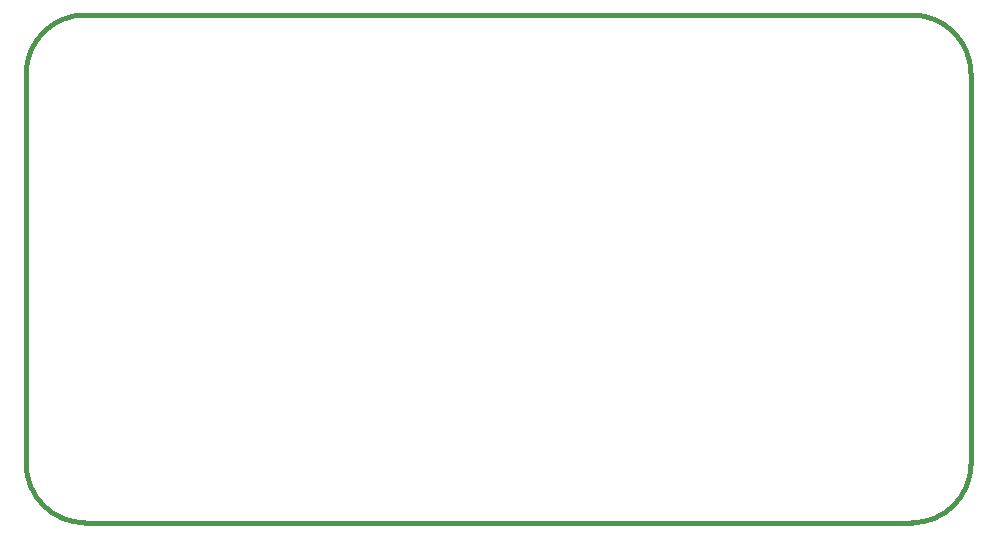
<source format=gbr>
%TF.GenerationSoftware,KiCad,Pcbnew,8.0.3*%
%TF.CreationDate,2024-06-22T23:36:34-05:00*%
%TF.ProjectId,Ematch2,456d6174-6368-4322-9e6b-696361645f70,rev?*%
%TF.SameCoordinates,Original*%
%TF.FileFunction,Profile,NP*%
%FSLAX46Y46*%
G04 Gerber Fmt 4.6, Leading zero omitted, Abs format (unit mm)*
G04 Created by KiCad (PCBNEW 8.0.3) date 2024-06-22 23:36:34*
%MOMM*%
%LPD*%
G01*
G04 APERTURE LIST*
%TA.AperFunction,Profile*%
%ADD10C,0.400000*%
%TD*%
G04 APERTURE END LIST*
D10*
X180000000Y-66000000D02*
G75*
G02*
X185000000Y-71000000I0J-5000000D01*
G01*
X110000000Y-109000000D02*
G75*
G02*
X105000000Y-104000000I0J5000000D01*
G01*
X110000000Y-66000000D02*
X180000000Y-66000000D01*
X110000000Y-109000000D02*
X180000000Y-109000000D01*
X185000000Y-71000000D02*
X185000000Y-104000000D01*
X105000000Y-71000000D02*
X105000000Y-104000000D01*
X185000000Y-104000000D02*
G75*
G02*
X180000000Y-109000000I-5000000J0D01*
G01*
X105000000Y-71000000D02*
G75*
G02*
X110000000Y-66000000I5000000J0D01*
G01*
M02*

</source>
